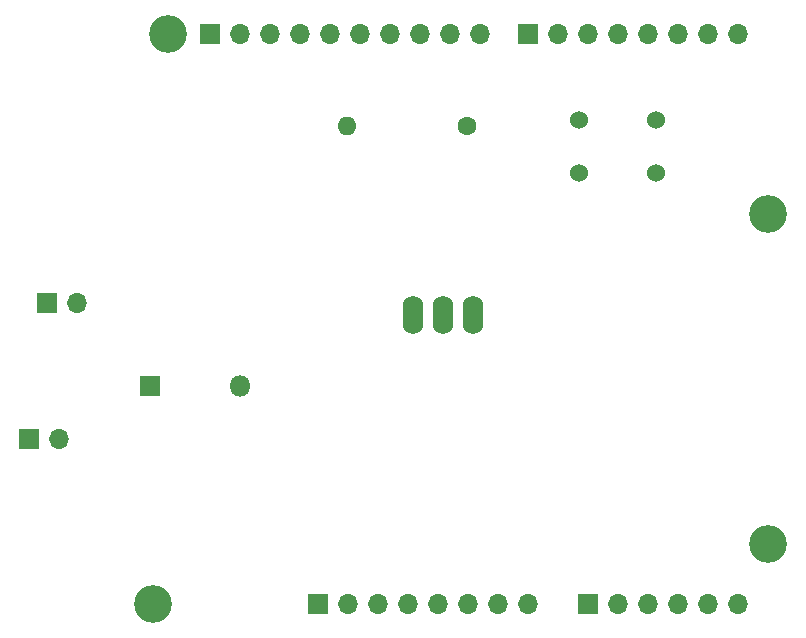
<source format=gts>
%TF.GenerationSoftware,KiCad,Pcbnew,8.0.0*%
%TF.CreationDate,2024-04-21T19:32:52-04:00*%
%TF.ProjectId,9_motorized_pinwheel,395f6d6f-746f-4726-997a-65645f70696e,rev?*%
%TF.SameCoordinates,Original*%
%TF.FileFunction,Soldermask,Top*%
%TF.FilePolarity,Negative*%
%FSLAX46Y46*%
G04 Gerber Fmt 4.6, Leading zero omitted, Abs format (unit mm)*
G04 Created by KiCad (PCBNEW 8.0.0) date 2024-04-21 19:32:52*
%MOMM*%
%LPD*%
G01*
G04 APERTURE LIST*
%ADD10R,1.700000X1.700000*%
%ADD11O,1.700000X1.700000*%
%ADD12C,1.524000*%
%ADD13R,1.800000X1.800000*%
%ADD14O,1.800000X1.800000*%
%ADD15C,3.200000*%
%ADD16C,1.600000*%
%ADD17O,1.600000X1.600000*%
%ADD18O,1.728000X3.252000*%
G04 APERTURE END LIST*
D10*
%TO.C,J1*%
X27940000Y2540000D03*
D11*
X30480000Y2540000D03*
X33020000Y2540000D03*
X35560000Y2540000D03*
X38100000Y2540000D03*
X40640000Y2540000D03*
X43180000Y2540000D03*
X45720000Y2540000D03*
%TD*%
D10*
%TO.C,J3*%
X50800000Y2540000D03*
D11*
X53340000Y2540000D03*
X55880000Y2540000D03*
X58420000Y2540000D03*
X60960000Y2540000D03*
X63500000Y2540000D03*
%TD*%
D10*
%TO.C,J2*%
X18796000Y50800000D03*
D11*
X21336000Y50800000D03*
X23876000Y50800000D03*
X26416000Y50800000D03*
X28956000Y50800000D03*
X31496000Y50800000D03*
X34036000Y50800000D03*
X36576000Y50800000D03*
X39116000Y50800000D03*
X41656000Y50800000D03*
%TD*%
D10*
%TO.C,J4*%
X45720000Y50800000D03*
D11*
X48260000Y50800000D03*
X50800000Y50800000D03*
X53340000Y50800000D03*
X55880000Y50800000D03*
X58420000Y50800000D03*
X60960000Y50800000D03*
X63500000Y50800000D03*
%TD*%
D12*
%TO.C,SW1*%
X50000000Y43500000D03*
X56500000Y43500000D03*
X56500000Y39000000D03*
X50000000Y39000000D03*
%TD*%
D13*
%TO.C,D1*%
X13690000Y21000000D03*
D14*
X21310000Y21000000D03*
%TD*%
D10*
%TO.C,M1*%
X4960000Y28000000D03*
D11*
X7500000Y28000000D03*
%TD*%
D15*
%TO.C,MH1*%
X15240000Y50800000D03*
%TD*%
D10*
%TO.C,BT1*%
X3460000Y16500000D03*
D11*
X6000000Y16500000D03*
%TD*%
D16*
%TO.C,R1*%
X40500000Y43000000D03*
D17*
X30340000Y43000000D03*
%TD*%
D15*
%TO.C,MH2*%
X13970000Y2540000D03*
%TD*%
%TO.C,MH3*%
X66040000Y35560000D03*
%TD*%
D18*
%TO.C,Q1*%
X38500000Y27000000D03*
X41040000Y27000000D03*
X35960000Y27000000D03*
%TD*%
D15*
%TO.C,MH4*%
X66040000Y7620000D03*
%TD*%
M02*

</source>
